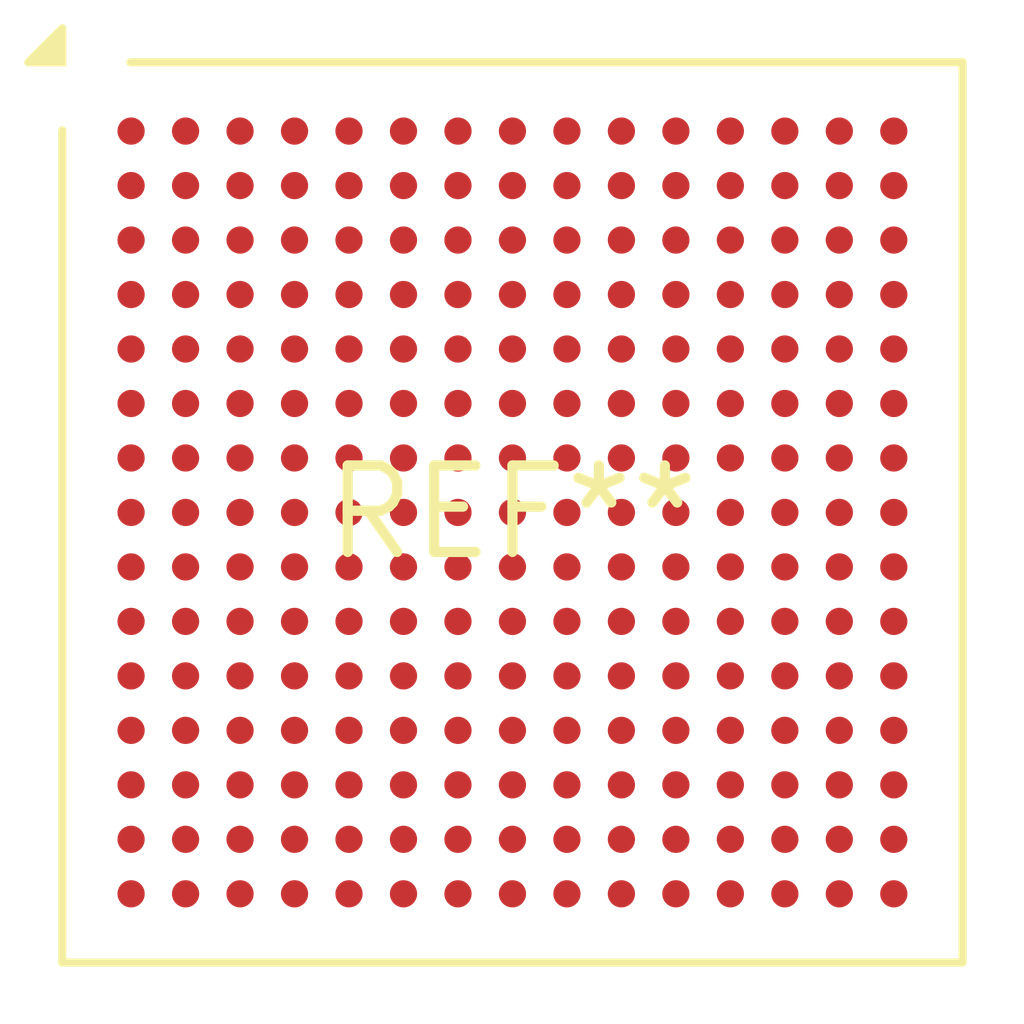
<source format=kicad_pcb>
(kicad_pcb (version 20240108) (generator pcbnew)
  (layers (0 "F.Cu" signal) (31 "B.Cu" signal) (34 "B.Paste" user) (35 "F.Paste" user) (36 "B.SilkS" user "B.Silkscreen") (37 "F.SilkS" user "F.Silkscreen") (38 "B.Mask" user) (39 "F.Mask" user) (44 "Edge.Cuts" user))
  (net 0 "")
  (footprint "Xilinx_CSGA225" (layer "F.Cu") (at 0 0)
    (property "Reference" "REF**")
    (property "Value" "Xilinx_CSGA225")
    (fp_line (start -6.61 6.61) (end -6.61 -5.61) (layer "F.SilkS") (stroke (width 0.12)))
    (fp_line (start -5.61 -6.61) (end 6.61 -6.61) (layer "F.SilkS") (stroke (width 0.12)))
    (fp_line (start 6.61 -6.61) (end 6.61 6.61) (layer "F.SilkS") (stroke (width 0.12)))
    (fp_line (start 6.61 6.61) (end -6.61 6.61) (layer "F.SilkS") (stroke (width 0.12)))
    (fp_poly (pts (xy -6.61 -6.61) (xy -7.11 -6.61) (xy -6.61 -7.11) (xy -6.61 -6.61)) (layer "F.SilkS") (stroke (width 0.12)) (fill solid))
    (pad "A1" smd circle (at -5.6 -5.6) (size 0.4 0.4) (property pad_prop_bga) (layers "F.Cu" "F.Paste" "F.Mask"))
    (pad "A2" smd circle (at -4.8 -5.6) (size 0.4 0.4) (property pad_prop_bga) (layers "F.Cu" "F.Paste" "F.Mask"))
    (pad "A3" smd circle (at -4 -5.6) (size 0.4 0.4) (property pad_prop_bga) (layers "F.Cu" "F.Paste" "F.Mask"))
    (pad "A4" smd circle (at -3.2 -5.6) (size 0.4 0.4) (property pad_prop_bga) (layers "F.Cu" "F.Paste" "F.Mask"))
    (pad "A5" smd circle (at -2.4 -5.6) (size 0.4 0.4) (property pad_prop_bga) (layers "F.Cu" "F.Paste" "F.Mask"))
    (pad "A6" smd circle (at -1.6 -5.6) (size 0.4 0.4) (property pad_prop_bga) (layers "F.Cu" "F.Paste" "F.Mask"))
    (pad "A7" smd circle (at -0.8 -5.6) (size 0.4 0.4) (property pad_prop_bga) (layers "F.Cu" "F.Paste" "F.Mask"))
    (pad "A8" smd circle (at 0 -5.6) (size 0.4 0.4) (property pad_prop_bga) (layers "F.Cu" "F.Paste" "F.Mask"))
    (pad "A9" smd circle (at 0.8 -5.6) (size 0.4 0.4) (property pad_prop_bga) (layers "F.Cu" "F.Paste" "F.Mask"))
    (pad "A10" smd circle (at 1.6 -5.6) (size 0.4 0.4) (property pad_prop_bga) (layers "F.Cu" "F.Paste" "F.Mask"))
    (pad "A11" smd circle (at 2.4 -5.6) (size 0.4 0.4) (property pad_prop_bga) (layers "F.Cu" "F.Paste" "F.Mask"))
    (pad "A12" smd circle (at 3.2 -5.6) (size 0.4 0.4) (property pad_prop_bga) (layers "F.Cu" "F.Paste" "F.Mask"))
    (pad "A13" smd circle (at 4 -5.6) (size 0.4 0.4) (property pad_prop_bga) (layers "F.Cu" "F.Paste" "F.Mask"))
    (pad "A14" smd circle (at 4.8 -5.6) (size 0.4 0.4) (property pad_prop_bga) (layers "F.Cu" "F.Paste" "F.Mask"))
    (pad "A15" smd circle (at 5.6 -5.6) (size 0.4 0.4) (property pad_prop_bga) (layers "F.Cu" "F.Paste" "F.Mask"))
    (pad "B1" smd circle (at -5.6 -4.8) (size 0.4 0.4) (property pad_prop_bga) (layers "F.Cu" "F.Paste" "F.Mask"))
    (pad "B2" smd circle (at -4.8 -4.8) (size 0.4 0.4) (property pad_prop_bga) (layers "F.Cu" "F.Paste" "F.Mask"))
    (pad "B3" smd circle (at -4 -4.8) (size 0.4 0.4) (property pad_prop_bga) (layers "F.Cu" "F.Paste" "F.Mask"))
    (pad "B4" smd circle (at -3.2 -4.8) (size 0.4 0.4) (property pad_prop_bga) (layers "F.Cu" "F.Paste" "F.Mask"))
    (pad "B5" smd circle (at -2.4 -4.8) (size 0.4 0.4) (property pad_prop_bga) (layers "F.Cu" "F.Paste" "F.Mask"))
    (pad "B6" smd circle (at -1.6 -4.8) (size 0.4 0.4) (property pad_prop_bga) (layers "F.Cu" "F.Paste" "F.Mask"))
    (pad "B7" smd circle (at -0.8 -4.8) (size 0.4 0.4) (property pad_prop_bga) (layers "F.Cu" "F.Paste" "F.Mask"))
    (pad "B8" smd circle (at 0 -4.8) (size 0.4 0.4) (property pad_prop_bga) (layers "F.Cu" "F.Paste" "F.Mask"))
    (pad "B9" smd circle (at 0.8 -4.8) (size 0.4 0.4) (property pad_prop_bga) (layers "F.Cu" "F.Paste" "F.Mask"))
    (pad "B10" smd circle (at 1.6 -4.8) (size 0.4 0.4) (property pad_prop_bga) (layers "F.Cu" "F.Paste" "F.Mask"))
    (pad "B11" smd circle (at 2.4 -4.8) (size 0.4 0.4) (property pad_prop_bga) (layers "F.Cu" "F.Paste" "F.Mask"))
    (pad "B12" smd circle (at 3.2 -4.8) (size 0.4 0.4) (property pad_prop_bga) (layers "F.Cu" "F.Paste" "F.Mask"))
    (pad "B13" smd circle (at 4 -4.8) (size 0.4 0.4) (property pad_prop_bga) (layers "F.Cu" "F.Paste" "F.Mask"))
    (pad "B14" smd circle (at 4.8 -4.8) (size 0.4 0.4) (property pad_prop_bga) (layers "F.Cu" "F.Paste" "F.Mask"))
    (pad "B15" smd circle (at 5.6 -4.8) (size 0.4 0.4) (property pad_prop_bga) (layers "F.Cu" "F.Paste" "F.Mask"))
    (pad "C1" smd circle (at -5.6 -4) (size 0.4 0.4) (property pad_prop_bga) (layers "F.Cu" "F.Paste" "F.Mask"))
    (pad "C2" smd circle (at -4.8 -4) (size 0.4 0.4) (property pad_prop_bga) (layers "F.Cu" "F.Paste" "F.Mask"))
    (pad "C3" smd circle (at -4 -4) (size 0.4 0.4) (property pad_prop_bga) (layers "F.Cu" "F.Paste" "F.Mask"))
    (pad "C4" smd circle (at -3.2 -4) (size 0.4 0.4) (property pad_prop_bga) (layers "F.Cu" "F.Paste" "F.Mask"))
    (pad "C5" smd circle (at -2.4 -4) (size 0.4 0.4) (property pad_prop_bga) (layers "F.Cu" "F.Paste" "F.Mask"))
    (pad "C6" smd circle (at -1.6 -4) (size 0.4 0.4) (property pad_prop_bga) (layers "F.Cu" "F.Paste" "F.Mask"))
    (pad "C7" smd circle (at -0.8 -4) (size 0.4 0.4) (property pad_prop_bga) (layers "F.Cu" "F.Paste" "F.Mask"))
    (pad "C8" smd circle (at 0 -4) (size 0.4 0.4) (property pad_prop_bga) (layers "F.Cu" "F.Paste" "F.Mask"))
    (pad "C9" smd circle (at 0.8 -4) (size 0.4 0.4) (property pad_prop_bga) (layers "F.Cu" "F.Paste" "F.Mask"))
    (pad "C10" smd circle (at 1.6 -4) (size 0.4 0.4) (property pad_prop_bga) (layers "F.Cu" "F.Paste" "F.Mask"))
    (pad "C11" smd circle (at 2.4 -4) (size 0.4 0.4) (property pad_prop_bga) (layers "F.Cu" "F.Paste" "F.Mask"))
    (pad "C12" smd circle (at 3.2 -4) (size 0.4 0.4) (property pad_prop_bga) (layers "F.Cu" "F.Paste" "F.Mask"))
    (pad "C13" smd circle (at 4 -4) (size 0.4 0.4) (property pad_prop_bga) (layers "F.Cu" "F.Paste" "F.Mask"))
    (pad "C14" smd circle (at 4.8 -4) (size 0.4 0.4) (property pad_prop_bga) (layers "F.Cu" "F.Paste" "F.Mask"))
    (pad "C15" smd circle (at 5.6 -4) (size 0.4 0.4) (property pad_prop_bga) (layers "F.Cu" "F.Paste" "F.Mask"))
    (pad "D1" smd circle (at -5.6 -3.2) (size 0.4 0.4) (property pad_prop_bga) (layers "F.Cu" "F.Paste" "F.Mask"))
    (pad "D2" smd circle (at -4.8 -3.2) (size 0.4 0.4) (property pad_prop_bga) (layers "F.Cu" "F.Paste" "F.Mask"))
    (pad "D3" smd circle (at -4 -3.2) (size 0.4 0.4) (property pad_prop_bga) (layers "F.Cu" "F.Paste" "F.Mask"))
    (pad "D4" smd circle (at -3.2 -3.2) (size 0.4 0.4) (property pad_prop_bga) (layers "F.Cu" "F.Paste" "F.Mask"))
    (pad "D5" smd circle (at -2.4 -3.2) (size 0.4 0.4) (property pad_prop_bga) (layers "F.Cu" "F.Paste" "F.Mask"))
    (pad "D6" smd circle (at -1.6 -3.2) (size 0.4 0.4) (property pad_prop_bga) (layers "F.Cu" "F.Paste" "F.Mask"))
    (pad "D7" smd circle (at -0.8 -3.2) (size 0.4 0.4) (property pad_prop_bga) (layers "F.Cu" "F.Paste" "F.Mask"))
    (pad "D8" smd circle (at 0 -3.2) (size 0.4 0.4) (property pad_prop_bga) (layers "F.Cu" "F.Paste" "F.Mask"))
    (pad "D9" smd circle (at 0.8 -3.2) (size 0.4 0.4) (property pad_prop_bga) (layers "F.Cu" "F.Paste" "F.Mask"))
    (pad "D10" smd circle (at 1.6 -3.2) (size 0.4 0.4) (property pad_prop_bga) (layers "F.Cu" "F.Paste" "F.Mask"))
    (pad "D11" smd circle (at 2.4 -3.2) (size 0.4 0.4) (property pad_prop_bga) (layers "F.Cu" "F.Paste" "F.Mask"))
    (pad "D12" smd circle (at 3.2 -3.2) (size 0.4 0.4) (property pad_prop_bga) (layers "F.Cu" "F.Paste" "F.Mask"))
    (pad "D13" smd circle (at 4 -3.2) (size 0.4 0.4) (property pad_prop_bga) (layers "F.Cu" "F.Paste" "F.Mask"))
    (pad "D14" smd circle (at 4.8 -3.2) (size 0.4 0.4) (property pad_prop_bga) (layers "F.Cu" "F.Paste" "F.Mask"))
    (pad "D15" smd circle (at 5.6 -3.2) (size 0.4 0.4) (property pad_prop_bga) (layers "F.Cu" "F.Paste" "F.Mask"))
    (pad "E1" smd circle (at -5.6 -2.4) (size 0.4 0.4) (property pad_prop_bga) (layers "F.Cu" "F.Paste" "F.Mask"))
    (pad "E2" smd circle (at -4.8 -2.4) (size 0.4 0.4) (property pad_prop_bga) (layers "F.Cu" "F.Paste" "F.Mask"))
    (pad "E3" smd circle (at -4 -2.4) (size 0.4 0.4) (property pad_prop_bga) (layers "F.Cu" "F.Paste" "F.Mask"))
    (pad "E4" smd circle (at -3.2 -2.4) (size 0.4 0.4) (property pad_prop_bga) (layers "F.Cu" "F.Paste" "F.Mask"))
    (pad "E5" smd circle (at -2.4 -2.4) (size 0.4 0.4) (property pad_prop_bga) (layers "F.Cu" "F.Paste" "F.Mask"))
    (pad "E6" smd circle (at -1.6 -2.4) (size 0.4 0.4) (property pad_prop_bga) (layers "F.Cu" "F.Paste" "F.Mask"))
    (pad "E7" smd circle (at -0.8 -2.4) (size 0.4 0.4) (property pad_prop_bga) (layers "F.Cu" "F.Paste" "F.Mask"))
    (pad "E8" smd circle (at 0 -2.4) (size 0.4 0.4) (property pad_prop_bga) (layers "F.Cu" "F.Paste" "F.Mask"))
    (pad "E9" smd circle (at 0.8 -2.4) (size 0.4 0.4) (property pad_prop_bga) (layers "F.Cu" "F.Paste" "F.Mask"))
    (pad "E10" smd circle (at 1.6 -2.4) (size 0.4 0.4) (property pad_prop_bga) (layers "F.Cu" "F.Paste" "F.Mask"))
    (pad "E11" smd circle (at 2.4 -2.4) (size 0.4 0.4) (property pad_prop_bga) (layers "F.Cu" "F.Paste" "F.Mask"))
    (pad "E12" smd circle (at 3.2 -2.4) (size 0.4 0.4) (property pad_prop_bga) (layers "F.Cu" "F.Paste" "F.Mask"))
    (pad "E13" smd circle (at 4 -2.4) (size 0.4 0.4) (property pad_prop_bga) (layers "F.Cu" "F.Paste" "F.Mask"))
    (pad "E14" smd circle (at 4.8 -2.4) (size 0.4 0.4) (property pad_prop_bga) (layers "F.Cu" "F.Paste" "F.Mask"))
    (pad "E15" smd circle (at 5.6 -2.4) (size 0.4 0.4) (property pad_prop_bga) (layers "F.Cu" "F.Paste" "F.Mask"))
    (pad "F1" smd circle (at -5.6 -1.6) (size 0.4 0.4) (property pad_prop_bga) (layers "F.Cu" "F.Paste" "F.Mask"))
    (pad "F2" smd circle (at -4.8 -1.6) (size 0.4 0.4) (property pad_prop_bga) (layers "F.Cu" "F.Paste" "F.Mask"))
    (pad "F3" smd circle (at -4 -1.6) (size 0.4 0.4) (property pad_prop_bga) (layers "F.Cu" "F.Paste" "F.Mask"))
    (pad "F4" smd circle (at -3.2 -1.6) (size 0.4 0.4) (property pad_prop_bga) (layers "F.Cu" "F.Paste" "F.Mask"))
    (pad "F5" smd circle (at -2.4 -1.6) (size 0.4 0.4) (property pad_prop_bga) (layers "F.Cu" "F.Paste" "F.Mask"))
    (pad "F6" smd circle (at -1.6 -1.6) (size 0.4 0.4) (property pad_prop_bga) (layers "F.Cu" "F.Paste" "F.Mask"))
    (pad "F7" smd circle (at -0.8 -1.6) (size 0.4 0.4) (property pad_prop_bga) (layers "F.Cu" "F.Paste" "F.Mask"))
    (pad "F8" smd circle (at 0 -1.6) (size 0.4 0.4) (property pad_prop_bga) (layers "F.Cu" "F.Paste" "F.Mask"))
    (pad "F9" smd circle (at 0.8 -1.6) (size 0.4 0.4) (property pad_prop_bga) (layers "F.Cu" "F.Paste" "F.Mask"))
    (pad "F10" smd circle (at 1.6 -1.6) (size 0.4 0.4) (property pad_prop_bga) (layers "F.Cu" "F.Paste" "F.Mask"))
    (pad "F11" smd circle (at 2.4 -1.6) (size 0.4 0.4) (property pad_prop_bga) (layers "F.Cu" "F.Paste" "F.Mask"))
    (pad "F12" smd circle (at 3.2 -1.6) (size 0.4 0.4) (property pad_prop_bga) (layers "F.Cu" "F.Paste" "F.Mask"))
    (pad "F13" smd circle (at 4 -1.6) (size 0.4 0.4) (property pad_prop_bga) (layers "F.Cu" "F.Paste" "F.Mask"))
    (pad "F14" smd circle (at 4.8 -1.6) (size 0.4 0.4) (property pad_prop_bga) (layers "F.Cu" "F.Paste" "F.Mask"))
    (pad "F15" smd circle (at 5.6 -1.6) (size 0.4 0.4) (property pad_prop_bga) (layers "F.Cu" "F.Paste" "F.Mask"))
    (pad "G1" smd circle (at -5.6 -0.8) (size 0.4 0.4) (property pad_prop_bga) (layers "F.Cu" "F.Paste" "F.Mask"))
    (pad "G2" smd circle (at -4.8 -0.8) (size 0.4 0.4) (property pad_prop_bga) (layers "F.Cu" "F.Paste" "F.Mask"))
    (pad "G3" smd circle (at -4 -0.8) (size 0.4 0.4) (property pad_prop_bga) (layers "F.Cu" "F.Paste" "F.Mask"))
    (pad "G4" smd circle (at -3.2 -0.8) (size 0.4 0.4) (property pad_prop_bga) (layers "F.Cu" "F.Paste" "F.Mask"))
    (pad "G5" smd circle (at -2.4 -0.8) (size 0.4 0.4) (property pad_prop_bga) (layers "F.Cu" "F.Paste" "F.Mask"))
    (pad "G6" smd circle (at -1.6 -0.8) (size 0.4 0.4) (property pad_prop_bga) (layers "F.Cu" "F.Paste" "F.Mask"))
    (pad "G7" smd circle (at -0.8 -0.8) (size 0.4 0.4) (property pad_prop_bga) (layers "F.Cu" "F.Paste" "F.Mask"))
    (pad "G8" smd circle (at 0 -0.8) (size 0.4 0.4) (property pad_prop_bga) (layers "F.Cu" "F.Paste" "F.Mask"))
    (pad "G9" smd circle (at 0.8 -0.8) (size 0.4 0.4) (property pad_prop_bga) (layers "F.Cu" "F.Paste" "F.Mask"))
    (pad "G10" smd circle (at 1.6 -0.8) (size 0.4 0.4) (property pad_prop_bga) (layers "F.Cu" "F.Paste" "F.Mask"))
    (pad "G11" smd circle (at 2.4 -0.8) (size 0.4 0.4) (property pad_prop_bga) (layers "F.Cu" "F.Paste" "F.Mask"))
    (pad "G12" smd circle (at 3.2 -0.8) (size 0.4 0.4) (property pad_prop_bga) (layers "F.Cu" "F.Paste" "F.Mask"))
    (pad "G13" smd circle (at 4 -0.8) (size 0.4 0.4) (property pad_prop_bga) (layers "F.Cu" "F.Paste" "F.Mask"))
    (pad "G14" smd circle (at 4.8 -0.8) (size 0.4 0.4) (property pad_prop_bga) (layers "F.Cu" "F.Paste" "F.Mask"))
    (pad "G15" smd circle (at 5.6 -0.8) (size 0.4 0.4) (property pad_prop_bga) (layers "F.Cu" "F.Paste" "F.Mask"))
    (pad "H1" smd circle (at -5.6 0) (size 0.4 0.4) (property pad_prop_bga) (layers "F.Cu" "F.Paste" "F.Mask"))
    (pad "H2" smd circle (at -4.8 0) (size 0.4 0.4) (property pad_prop_bga) (layers "F.Cu" "F.Paste" "F.Mask"))
    (pad "H3" smd circle (at -4 0) (size 0.4 0.4) (property pad_prop_bga) (layers "F.Cu" "F.Paste" "F.Mask"))
    (pad "H4" smd circle (at -3.2 0) (size 0.4 0.4) (property pad_prop_bga) (layers "F.Cu" "F.Paste" "F.Mask"))
    (pad "H5" smd circle (at -2.4 0) (size 0.4 0.4) (property pad_prop_bga) (layers "F.Cu" "F.Paste" "F.Mask"))
    (pad "H6" smd circle (at -1.6 0) (size 0.4 0.4) (property pad_prop_bga) (layers "F.Cu" "F.Paste" "F.Mask"))
    (pad "H7" smd circle (at -0.8 0) (size 0.4 0.4) (property pad_prop_bga) (layers "F.Cu" "F.Paste" "F.Mask"))
    (pad "H8" smd circle (at 0 0) (size 0.4 0.4) (property pad_prop_bga) (layers "F.Cu" "F.Paste" "F.Mask"))
    (pad "H9" smd circle (at 0.8 0) (size 0.4 0.4) (property pad_prop_bga) (layers "F.Cu" "F.Paste" "F.Mask"))
    (pad "H10" smd circle (at 1.6 0) (size 0.4 0.4) (property pad_prop_bga) (layers "F.Cu" "F.Paste" "F.Mask"))
    (pad "H11" smd circle (at 2.4 0) (size 0.4 0.4) (property pad_prop_bga) (layers "F.Cu" "F.Paste" "F.Mask"))
    (pad "H12" smd circle (at 3.2 0) (size 0.4 0.4) (property pad_prop_bga) (layers "F.Cu" "F.Paste" "F.Mask"))
    (pad "H13" smd circle (at 4 0) (size 0.4 0.4) (property pad_prop_bga) (layers "F.Cu" "F.Paste" "F.Mask"))
    (pad "H14" smd circle (at 4.8 0) (size 0.4 0.4) (property pad_prop_bga) (layers "F.Cu" "F.Paste" "F.Mask"))
    (pad "H15" smd circle (at 5.6 0) (size 0.4 0.4) (property pad_prop_bga) (layers "F.Cu" "F.Paste" "F.Mask"))
    (pad "J1" smd circle (at -5.6 0.8) (size 0.4 0.4) (property pad_prop_bga) (layers "F.Cu" "F.Paste" "F.Mask"))
    (pad "J2" smd circle (at -4.8 0.8) (size 0.4 0.4) (property pad_prop_bga) (layers "F.Cu" "F.Paste" "F.Mask"))
    (pad "J3" smd circle (at -4 0.8) (size 0.4 0.4) (property pad_prop_bga) (layers "F.Cu" "F.Paste" "F.Mask"))
    (pad "J4" smd circle (at -3.2 0.8) (size 0.4 0.4) (property pad_prop_bga) (layers "F.Cu" "F.Paste" "F.Mask"))
    (pad "J5" smd circle (at -2.4 0.8) (size 0.4 0.4) (property pad_prop_bga) (layers "F.Cu" "F.Paste" "F.Mask"))
    (pad "J6" smd circle (at -1.6 0.8) (size 0.4 0.4) (property pad_prop_bga) (layers "F.Cu" "F.Paste" "F.Mask"))
    (pad "J7" smd circle (at -0.8 0.8) (size 0.4 0.4) (property pad_prop_bga) (layers "F.Cu" "F.Paste" "F.Mask"))
    (pad "J8" smd circle (at 0 0.8) (size 0.4 0.4) (property pad_prop_bga) (layers "F.Cu" "F.Paste" "F.Mask"))
    (pad "J9" smd circle (at 0.8 0.8) (size 0.4 0.4) (property pad_prop_bga) (layers "F.Cu" "F.Paste" "F.Mask"))
    (pad "J10" smd circle (at 1.6 0.8) (size 0.4 0.4) (property pad_prop_bga) (layers "F.Cu" "F.Paste" "F.Mask"))
    (pad "J11" smd circle (at 2.4 0.8) (size 0.4 0.4) (property pad_prop_bga) (layers "F.Cu" "F.Paste" "F.Mask"))
    (pad "J12" smd circle (at 3.2 0.8) (size 0.4 0.4) (property pad_prop_bga) (layers "F.Cu" "F.Paste" "F.Mask"))
    (pad "J13" smd circle (at 4 0.8) (size 0.4 0.4) (property pad_prop_bga) (layers "F.Cu" "F.Paste" "F.Mask"))
    (pad "J14" smd circle (at 4.8 0.8) (size 0.4 0.4) (property pad_prop_bga) (layers "F.Cu" "F.Paste" "F.Mask"))
    (pad "J15" smd circle (at 5.6 0.8) (size 0.4 0.4) (property pad_prop_bga) (layers "F.Cu" "F.Paste" "F.Mask"))
    (pad "K1" smd circle (at -5.6 1.6) (size 0.4 0.4) (property pad_prop_bga) (layers "F.Cu" "F.Paste" "F.Mask"))
    (pad "K2" smd circle (at -4.8 1.6) (size 0.4 0.4) (property pad_prop_bga) (layers "F.Cu" "F.Paste" "F.Mask"))
    (pad "K3" smd circle (at -4 1.6) (size 0.4 0.4) (property pad_prop_bga) (layers "F.Cu" "F.Paste" "F.Mask"))
    (pad "K4" smd circle (at -3.2 1.6) (size 0.4 0.4) (property pad_prop_bga) (layers "F.Cu" "F.Paste" "F.Mask"))
    (pad "K5" smd circle (at -2.4 1.6) (size 0.4 0.4) (property pad_prop_bga) (layers "F.Cu" "F.Paste" "F.Mask"))
    (pad "K6" smd circle (at -1.6 1.6) (size 0.4 0.4) (property pad_prop_bga) (layers "F.Cu" "F.Paste" "F.Mask"))
    (pad "K7" smd circle (at -0.8 1.6) (size 0.4 0.4) (property pad_prop_bga) (layers "F.Cu" "F.Paste" "F.Mask"))
    (pad "K8" smd circle (at 0 1.6) (size 0.4 0.4) (property pad_prop_bga) (layers "F.Cu" "F.Paste" "F.Mask"))
    (pad "K9" smd circle (at 0.8 1.6) (size 0.4 0.4) (property pad_prop_bga) (layers "F.Cu" "F.Paste" "F.Mask"))
    (pad "K10" smd circle (at 1.6 1.6) (size 0.4 0.4) (property pad_prop_bga) (layers "F.Cu" "F.Paste" "F.Mask"))
    (pad "K11" smd circle (at 2.4 1.6) (size 0.4 0.4) (property pad_prop_bga) (layers "F.Cu" "F.Paste" "F.Mask"))
    (pad "K12" smd circle (at 3.2 1.6) (size 0.4 0.4) (property pad_prop_bga) (layers "F.Cu" "F.Paste" "F.Mask"))
    (pad "K13" smd circle (at 4 1.6) (size 0.4 0.4) (property pad_prop_bga) (layers "F.Cu" "F.Paste" "F.Mask"))
    (pad "K14" smd circle (at 4.8 1.6) (size 0.4 0.4) (property pad_prop_bga) (layers "F.Cu" "F.Paste" "F.Mask"))
    (pad "K15" smd circle (at 5.6 1.6) (size 0.4 0.4) (property pad_prop_bga) (layers "F.Cu" "F.Paste" "F.Mask"))
    (pad "L1" smd circle (at -5.6 2.4) (size 0.4 0.4) (property pad_prop_bga) (layers "F.Cu" "F.Paste" "F.Mask"))
    (pad "L2" smd circle (at -4.8 2.4) (size 0.4 0.4) (property pad_prop_bga) (layers "F.Cu" "F.Paste" "F.Mask"))
    (pad "L3" smd circle (at -4 2.4) (size 0.4 0.4) (property pad_prop_bga) (layers "F.Cu" "F.Paste" "F.Mask"))
    (pad "L4" smd circle (at -3.2 2.4) (size 0.4 0.4) (property pad_prop_bga) (layers "F.Cu" "F.Paste" "F.Mask"))
    (pad "L5" smd circle (at -2.4 2.4) (size 0.4 0.4) (property pad_prop_bga) (layers "F.Cu" "F.Paste" "F.Mask"))
    (pad "L6" smd circle (at -1.6 2.4) (size 0.4 0.4) (property pad_prop_bga) (layers "F.Cu" "F.Paste" "F.Mask"))
    (pad "L7" smd circle (at -0.8 2.4) (size 0.4 0.4) (property pad_prop_bga) (layers "F.Cu" "F.Paste" "F.Mask"))
    (pad "L8" smd circle (at 0 2.4) (size 0.4 0.4) (property pad_prop_bga) (layers "F.Cu" "F.Paste" "F.Mask"))
    (pad "L9" smd circle (at 0.8 2.4) (size 0.4 0.4) (property pad_prop_bga) (layers "F.Cu" "F.Paste" "F.Mask"))
    (pad "L10" smd circle (at 1.6 2.4) (size 0.4 0.4) (property pad_prop_bga) (layers "F.Cu" "F.Paste" "F.Mask"))
    (pad "L11" smd circle (at 2.4 2.4) (size 0.4 0.4) (property pad_prop_bga) (layers "F.Cu" "F.Paste" "F.Mask"))
    (pad "L12" smd circle (at 3.2 2.4) (size 0.4 0.4) (property pad_prop_bga) (layers "F.Cu" "F.Paste" "F.Mask"))
    (pad "L13" smd circle (at 4 2.4) (size 0.4 0.4) (property pad_prop_bga) (layers "F.Cu" "F.Paste" "F.Mask"))
    (pad "L14" smd circle (at 4.8 2.4) (size 0.4 0.4) (property pad_prop_bga) (layers "F.Cu" "F.Paste" "F.Mask"))
    (pad "L15" smd circle (at 5.6 2.4) (size 0.4 0.4) (property pad_prop_bga) (layers "F.Cu" "F.Paste" "F.Mask"))
    (pad "M1" smd circle (at -5.6 3.2) (size 0.4 0.4) (property pad_prop_bga) (layers "F.Cu" "F.Paste" "F.Mask"))
    (pad "M2" smd circle (at -4.8 3.2) (size 0.4 0.4) (property pad_prop_bga) (layers "F.Cu" "F.Paste" "F.Mask"))
    (pad "M3" smd circle (at -4 3.2) (size 0.4 0.4) (property pad_prop_bga) (layers "F.Cu" "F.Paste" "F.Mask"))
    (pad "M4" smd circle (at -3.2 3.2) (size 0.4 0.4) (property pad_prop_bga) (layers "F.Cu" "F.Paste" "F.Mask"))
    (pad "M5" smd circle (at -2.4 3.2) (size 0.4 0.4) (property pad_prop_bga) (layers "F.Cu" "F.Paste" "F.Mask"))
    (pad "M6" smd circle (at -1.6 3.2) (size 0.4 0.4) (property pad_prop_bga) (layers "F.Cu" "F.Paste" "F.Mask"))
    (pad "M7" smd circle (at -0.8 3.2) (size 0.4 0.4) (property pad_prop_bga) (layers "F.Cu" "F.Paste" "F.Mask"))
    (pad "M8" smd circle (at 0 3.2) (size 0.4 0.4) (property pad_prop_bga) (layers "F.Cu" "F.Paste" "F.Mask"))
    (pad "M9" smd circle (at 0.8 3.2) (size 0.4 0.4) (property pad_prop_bga) (layers "F.Cu" "F.Paste" "F.Mask"))
    (pad "M10" smd circle (at 1.6 3.2) (size 0.4 0.4) (property pad_prop_bga) (layers "F.Cu" "F.Paste" "F.Mask"))
    (pad "M11" smd circle (at 2.4 3.2) (size 0.4 0.4) (property pad_prop_bga) (layers "F.Cu" "F.Paste" "F.Mask"))
    (pad "M12" smd circle (at 3.2 3.2) (size 0.4 0.4) (property pad_prop_bga) (layers "F.Cu" "F.Paste" "F.Mask"))
    (pad "M13" smd circle (at 4 3.2) (size 0.4 0.4) (property pad_prop_bga) (layers "F.Cu" "F.Paste" "F.Mask"))
    (pad "M14" smd circle (at 4.8 3.2) (size 0.4 0.4) (property pad_prop_bga) (layers "F.Cu" "F.Paste" "F.Mask"))
    (pad "M15" smd circle (at 5.6 3.2) (size 0.4 0.4) (property pad_prop_bga) (layers "F.Cu" "F.Paste" "F.Mask"))
    (pad "N1" smd circle (at -5.6 4) (size 0.4 0.4) (property pad_prop_bga) (layers "F.Cu" "F.Paste" "F.Mask"))
    (pad "N2" smd circle (at -4.8 4) (size 0.4 0.4) (property pad_prop_bga) (layers "F.Cu" "F.Paste" "F.Mask"))
    (pad "N3" smd circle (at -4 4) (size 0.4 0.4) (property pad_prop_bga) (layers "F.Cu" "F.Paste" "F.Mask"))
    (pad "N4" smd circle (at -3.2 4) (size 0.4 0.4) (property pad_prop_bga) (layers "F.Cu" "F.Paste" "F.Mask"))
    (pad "N5" smd circle (at -2.4 4) (size 0.4 0.4) (property pad_prop_bga) (layers "F.Cu" "F.Paste" "F.Mask"))
    (pad "N6" smd circle (at -1.6 4) (size 0.4 0.4) (property pad_prop_bga) (layers "F.Cu" "F.Paste" "F.Mask"))
    (pad "N7" smd circle (at -0.8 4) (size 0.4 0.4) (property pad_prop_bga) (layers "F.Cu" "F.Paste" "F.Mask"))
    (pad "N8" smd circle (at 0 4) (size 0.4 0.4) (property pad_prop_bga) (layers "F.Cu" "F.Paste" "F.Mask"))
    (pad "N9" smd circle (at 0.8 4) (size 0.4 0.4) (property pad_prop_bga) (layers "F.Cu" "F.Paste" "F.Mask"))
    (pad "N10" smd circle (at 1.6 4) (size 0.4 0.4) (property pad_prop_bga) (layers "F.Cu" "F.Paste" "F.Mask"))
    (pad "N11" smd circle (at 2.4 4) (size 0.4 0.4) (property pad_prop_bga) (layers "F.Cu" "F.Paste" "F.Mask"))
    (pad "N12" smd circle (at 3.2 4) (size 0.4 0.4) (property pad_prop_bga) (layers "F.Cu" "F.Paste" "F.Mask"))
    (pad "N13" smd circle (at 4 4) (size 0.4 0.4) (property pad_prop_bga) (layers "F.Cu" "F.Paste" "F.Mask"))
    (pad "N14" smd circle (at 4.8 4) (size 0.4 0.4) (property pad_prop_bga) (layers "F.Cu" "F.Paste" "F.Mask"))
    (pad "N15" smd circle (at 5.6 4) (size 0.4 0.4) (property pad_prop_bga) (layers "F.Cu" "F.Paste" "F.Mask"))
    (pad "P1" smd circle (at -5.6 4.8) (size 0.4 0.4) (property pad_prop_bga) (layers "F.Cu" "F.Paste" "F.Mask"))
    (pad "P2" smd circle (at -4.8 4.8) (size 0.4 0.4) (property pad_prop_bga) (layers "F.Cu" "F.Paste" "F.Mask"))
    (pad "P3" smd circle (at -4 4.8) (size 0.4 0.4) (property pad_prop_bga) (layers "F.Cu" "F.Paste" "F.Mask"))
    (pad "P4" smd circle (at -3.2 4.8) (size 0.4 0.4) (property pad_prop_bga) (layers "F.Cu" "F.Paste" "F.Mask"))
    (pad "P5" smd circle (at -2.4 4.8) (size 0.4 0.4) (property pad_prop_bga) (layers "F.Cu" "F.Paste" "F.Mask"))
    (pad "P6" smd circle (at -1.6 4.8) (size 0.4 0.4) (property pad_prop_bga) (layers "F.Cu" "F.Paste" "F.Mask"))
    (pad "P7" smd circle (at -0.8 4.8) (size 0.4 0.4) (property pad_prop_bga) (layers "F.Cu" "F.Paste" "F.Mask"))
    (pad "P8" smd circle (at 0 4.8) (size 0.4 0.4) (property pad_prop_bga) (layers "F.Cu" "F.Paste" "F.Mask"))
    (pad "P9" smd circle (at 0.8 4.8) (size 0.4 0.4) (property pad_prop_bga) (layers "F.Cu" "F.Paste" "F.Mask"))
    (pad "P10" smd circle (at 1.6 4.8) (size 0.4 0.4) (property pad_prop_bga) (layers "F.Cu" "F.Paste" "F.Mask"))
    (pad "P11" smd circle (at 2.4 4.8) (size 0.4 0.4) (property pad_prop_bga) (layers "F.Cu" "F.Paste" "F.Mask"))
    (pad "P12" smd circle (at 3.2 4.8) (size 0.4 0.4) (property pad_prop_bga) (layers "F.Cu" "F.Paste" "F.Mask"))
    (pad "P13" smd circle (at 4 4.8) (size 0.4 0.4) (property pad_prop_bga) (layers "F.Cu" "F.Paste" "F.Mask"))
    (pad "P14" smd circle (at 4.8 4.8) (size 0.4 0.4) (property pad_prop_bga) (layers "F.Cu" "F.Paste" "F.Mask"))
    (pad "P15" smd circle (at 5.6 4.8) (size 0.4 0.4) (property pad_prop_bga) (layers "F.Cu" "F.Paste" "F.Mask"))
    (pad "R1" smd circle (at -5.6 5.6) (size 0.4 0.4) (property pad_prop_bga) (layers "F.Cu" "F.Paste" "F.Mask"))
    (pad "R2" smd circle (at -4.8 5.6) (size 0.4 0.4) (property pad_prop_bga) (layers "F.Cu" "F.Paste" "F.Mask"))
    (pad "R3" smd circle (at -4 5.6) (size 0.4 0.4) (property pad_prop_bga) (layers "F.Cu" "F.Paste" "F.Mask"))
    (pad "R4" smd circle (at -3.2 5.6) (size 0.4 0.4) (property pad_prop_bga) (layers "F.Cu" "F.Paste" "F.Mask"))
    (pad "R5" smd circle (at -2.4 5.6) (size 0.4 0.4) (property pad_prop_bga) (layers "F.Cu" "F.Paste" "F.Mask"))
    (pad "R6" smd circle (at -1.6 5.6) (size 0.4 0.4) (property pad_prop_bga) (layers "F.Cu" "F.Paste" "F.Mask"))
    (pad "R7" smd circle (at -0.8 5.6) (size 0.4 0.4) (property pad_prop_bga) (layers "F.Cu" "F.Paste" "F.Mask"))
    (pad "R8" smd circle (at 0 5.6) (size 0.4 0.4) (property pad_prop_bga) (layers "F.Cu" "F.Paste" "F.Mask"))
    (pad "R9" smd circle (at 0.8 5.6) (size 0.4 0.4) (property pad_prop_bga) (layers "F.Cu" "F.Paste" "F.Mask"))
    (pad "R10" smd circle (at 1.6 5.6) (size 0.4 0.4) (property pad_prop_bga) (layers "F.Cu" "F.Paste" "F.Mask"))
    (pad "R11" smd circle (at 2.4 5.6) (size 0.4 0.4) (property pad_prop_bga) (layers "F.Cu" "F.Paste" "F.Mask"))
    (pad "R12" smd circle (at 3.2 5.6) (size 0.4 0.4) (property pad_prop_bga) (layers "F.Cu" "F.Paste" "F.Mask"))
    (pad "R13" smd circle (at 4 5.6) (size 0.4 0.4) (property pad_prop_bga) (layers "F.Cu" "F.Paste" "F.Mask"))
    (pad "R14" smd circle (at 4.8 5.6) (size 0.4 0.4) (property pad_prop_bga) (layers "F.Cu" "F.Paste" "F.Mask"))
    (pad "R15" smd circle (at 5.6 5.6) (size 0.4 0.4) (property pad_prop_bga) (layers "F.Cu" "F.Paste" "F.Mask"))
  )
)
</source>
